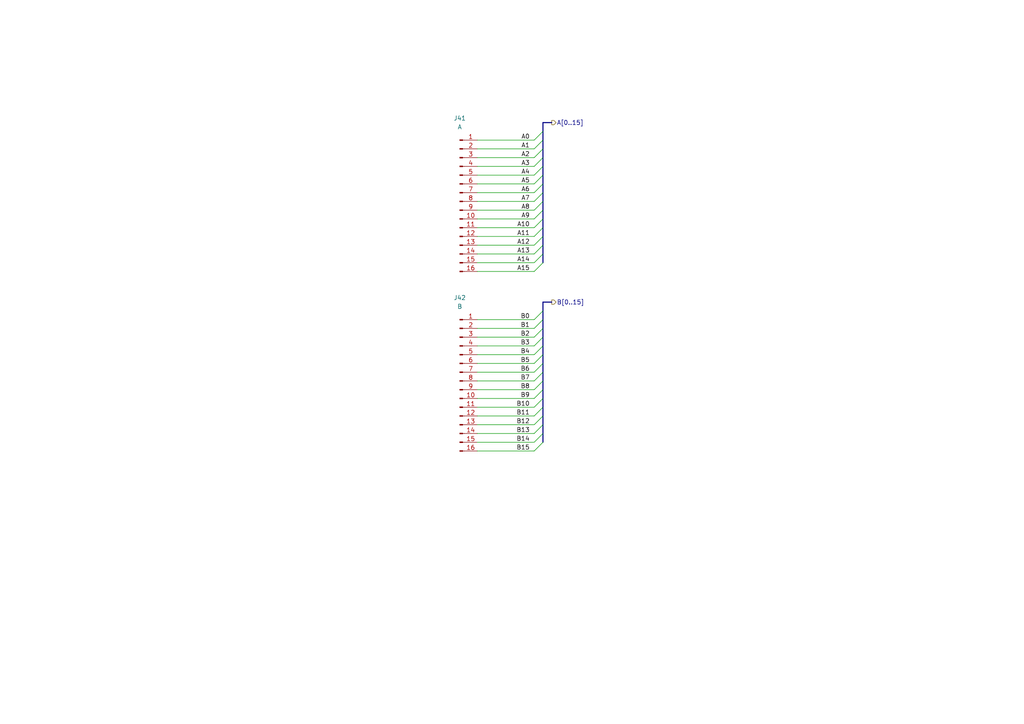
<source format=kicad_sch>
(kicad_sch (version 20250114) (generator "eeschema") (generator_version "9.0")
  (paper "A4")
  (title_block (date "2023-03-24") (rev "B"))
  (lib_symbols
    (symbol "Connector:Conn_01x16_Pin" (pin_names (offset 1.016) (hide yes))
      (property "Reference" "J" (at 0 20.32 0))
      (property "Value" "Conn_01x16_Pin" (at 0 -22.86 0))
      (symbol "Conn_01x16_Pin_1_1"
        (rectangle (start 0.8636 17.907) (end 0 17.653) (stroke (width 0.1524)) (fill (type outline)))
        (rectangle (start 0.8636 15.367) (end 0 15.113) (stroke (width 0.1524)) (fill (type outline)))
        (rectangle (start 0.8636 12.827) (end 0 12.573) (stroke (width 0.1524)) (fill (type outline)))
        (rectangle (start 0.8636 10.287) (end 0 10.033) (stroke (width 0.1524)) (fill (type outline)))
        (rectangle (start 0.8636 7.747) (end 0 7.493) (stroke (width 0.1524)) (fill (type outline)))
        (rectangle (start 0.8636 5.207) (end 0 4.953) (stroke (width 0.1524)) (fill (type outline)))
        (rectangle (start 0.8636 2.667) (end 0 2.413) (stroke (width 0.1524)) (fill (type outline)))
        (rectangle (start 0.8636 0.127) (end 0 -0.127) (stroke (width 0.1524)) (fill (type outline)))
        (rectangle (start 0.8636 -2.413) (end 0 -2.667) (stroke (width 0.1524)) (fill (type outline)))
        (rectangle (start 0.8636 -4.953) (end 0 -5.207) (stroke (width 0.1524)) (fill (type outline)))
        (rectangle (start 0.8636 -7.493) (end 0 -7.747) (stroke (width 0.1524)) (fill (type outline)))
        (rectangle (start 0.8636 -10.033) (end 0 -10.287) (stroke (width 0.1524)) (fill (type outline)))
        (rectangle (start 0.8636 -12.573) (end 0 -12.827) (stroke (width 0.1524)) (fill (type outline)))
        (rectangle (start 0.8636 -15.113) (end 0 -15.367) (stroke (width 0.1524)) (fill (type outline)))
        (rectangle (start 0.8636 -17.653) (end 0 -17.907) (stroke (width 0.1524)) (fill (type outline)))
        (rectangle (start 0.8636 -20.193) (end 0 -20.447) (stroke (width 0.1524)) (fill (type outline)))
        (polyline (pts (xy 1.27 17.78) (xy 0.8636 17.78)) (stroke (width 0.1524)))
        (polyline (pts (xy 1.27 15.24) (xy 0.8636 15.24)) (stroke (width 0.1524)))
        (polyline (pts (xy 1.27 12.7) (xy 0.8636 12.7)) (stroke (width 0.1524)))
        (polyline (pts (xy 1.27 10.16) (xy 0.8636 10.16)) (stroke (width 0.1524)))
        (polyline (pts (xy 1.27 7.62) (xy 0.8636 7.62)) (stroke (width 0.1524)))
        (polyline (pts (xy 1.27 5.08) (xy 0.8636 5.08)) (stroke (width 0.1524)))
        (polyline (pts (xy 1.27 2.54) (xy 0.8636 2.54)) (stroke (width 0.1524)))
        (polyline (pts (xy 1.27 0) (xy 0.8636 0)) (stroke (width 0.1524)))
        (polyline (pts (xy 1.27 -2.54) (xy 0.8636 -2.54)) (stroke (width 0.1524)))
        (polyline (pts (xy 1.27 -5.08) (xy 0.8636 -5.08)) (stroke (width 0.1524)))
        (polyline (pts (xy 1.27 -7.62) (xy 0.8636 -7.62)) (stroke (width 0.1524)))
        (polyline (pts (xy 1.27 -10.16) (xy 0.8636 -10.16)) (stroke (width 0.1524)))
        (polyline (pts (xy 1.27 -12.7) (xy 0.8636 -12.7)) (stroke (width 0.1524)))
        (polyline (pts (xy 1.27 -15.24) (xy 0.8636 -15.24)) (stroke (width 0.1524)))
        (polyline (pts (xy 1.27 -17.78) (xy 0.8636 -17.78)) (stroke (width 0.1524)))
        (polyline (pts (xy 1.27 -20.32) (xy 0.8636 -20.32)) (stroke (width 0.1524)))
        (pin passive line (at 5.08 17.78 180) (length 3.81) (name "Pin_1") (number "1"))
        (pin passive line (at 5.08 15.24 180) (length 3.81) (name "Pin_2") (number "2"))
        (pin passive line (at 5.08 12.7 180) (length 3.81) (name "Pin_3") (number "3"))
        (pin passive line (at 5.08 10.16 180) (length 3.81) (name "Pin_4") (number "4"))
        (pin passive line (at 5.08 7.62 180) (length 3.81) (name "Pin_5") (number "5"))
        (pin passive line (at 5.08 5.08 180) (length 3.81) (name "Pin_6") (number "6"))
        (pin passive line (at 5.08 2.54 180) (length 3.81) (name "Pin_7") (number "7"))
        (pin passive line (at 5.08 0 180) (length 3.81) (name "Pin_8") (number "8"))
        (pin passive line (at 5.08 -2.54 180) (length 3.81) (name "Pin_9") (number "9"))
        (pin passive line (at 5.08 -5.08 180) (length 3.81) (name "Pin_10") (number "10"))
        (pin passive line (at 5.08 -7.62 180) (length 3.81) (name "Pin_11") (number "11"))
        (pin passive line (at 5.08 -10.16 180) (length 3.81) (name "Pin_12") (number "12"))
        (pin passive line (at 5.08 -12.7 180) (length 3.81) (name "Pin_13") (number "13"))
        (pin passive line (at 5.08 -15.24 180) (length 3.81) (name "Pin_14") (number "14"))
        (pin passive line (at 5.08 -17.78 180) (length 3.81) (name "Pin_15") (number "15"))
        (pin passive line (at 5.08 -20.32 180) (length 3.81) (name "Pin_16") (number "16"))
      )
    )
  )
  (bus_entry (at 157.48 60.96) (size -2.54 2.54))
  (bus_entry (at 157.48 43.18) (size -2.54 2.54))
  (bus_entry (at 157.48 118.11) (size -2.54 2.54))
  (bus_entry (at 157.48 125.73) (size -2.54 2.54))
  (bus_entry (at 157.48 105.41) (size -2.54 2.54))
  (bus_entry (at 157.48 107.95) (size -2.54 2.54))
  (bus_entry (at 157.48 92.71) (size -2.54 2.54))
  (bus_entry (at 157.48 58.42) (size -2.54 2.54))
  (bus_entry (at 157.48 100.33) (size -2.54 2.54))
  (bus_entry (at 157.48 68.58) (size -2.54 2.54))
  (bus_entry (at 157.48 63.5) (size -2.54 2.54))
  (bus_entry (at 157.48 73.66) (size -2.54 2.54))
  (bus_entry (at 157.48 113.03) (size -2.54 2.54))
  (bus_entry (at 157.48 120.65) (size -2.54 2.54))
  (bus_entry (at 157.48 55.88) (size -2.54 2.54))
  (bus_entry (at 157.48 66.04) (size -2.54 2.54))
  (bus_entry (at 157.48 97.79) (size -2.54 2.54))
  (bus_entry (at 157.48 90.17) (size -2.54 2.54))
  (bus_entry (at 157.48 40.64) (size -2.54 2.54))
  (bus_entry (at 157.48 76.2) (size -2.54 2.54))
  (bus_entry (at 157.48 102.87) (size -2.54 2.54))
  (bus_entry (at 157.48 115.57) (size -2.54 2.54))
  (bus_entry (at 157.48 128.27) (size -2.54 2.54))
  (bus_entry (at 157.48 50.8) (size -2.54 2.54))
  (bus_entry (at 157.48 71.12) (size -2.54 2.54))
  (bus_entry (at 157.48 123.19) (size -2.54 2.54))
  (bus_entry (at 157.48 38.1) (size -2.54 2.54))
  (bus_entry (at 157.48 48.26) (size -2.54 2.54))
  (bus_entry (at 157.48 110.49) (size -2.54 2.54))
  (bus_entry (at 157.48 95.25) (size -2.54 2.54))
  (bus_entry (at 157.48 53.34) (size -2.54 2.54))
  (bus_entry (at 157.48 45.72) (size -2.54 2.54))
  (bus (pts (xy 157.48 87.63) (xy 157.48 90.17)))
  (bus (pts (xy 157.48 73.66) (xy 157.48 76.2)))
  (wire (pts (xy 154.94 58.42) (xy 138.43 58.42)))
  (wire (pts (xy 154.94 60.96) (xy 138.43 60.96)))
  (bus (pts (xy 157.48 35.56) (xy 157.48 38.1)))
  (bus (pts (xy 157.48 113.03) (xy 157.48 115.57)))
  (bus (pts (xy 157.48 71.12) (xy 157.48 73.66)))
  (bus (pts (xy 157.48 40.64) (xy 157.48 43.18)))
  (bus (pts (xy 157.48 68.58) (xy 157.48 71.12)))
  (bus (pts (xy 157.48 60.96) (xy 157.48 63.5)))
  (bus (pts (xy 157.48 100.33) (xy 157.48 102.87)))
  (wire (pts (xy 154.94 110.49) (xy 138.43 110.49)))
  (wire (pts (xy 154.94 100.33) (xy 138.43 100.33)))
  (wire (pts (xy 154.94 71.12) (xy 138.43 71.12)))
  (bus (pts (xy 157.48 55.88) (xy 157.48 58.42)))
  (bus (pts (xy 157.48 45.72) (xy 157.48 48.26)))
  (bus (pts (xy 160.02 87.63) (xy 157.48 87.63)))
  (wire (pts (xy 154.94 97.79) (xy 138.43 97.79)))
  (wire (pts (xy 154.94 118.11) (xy 138.43 118.11)))
  (wire (pts (xy 154.94 48.26) (xy 138.43 48.26)))
  (bus (pts (xy 157.48 50.8) (xy 157.48 53.34)))
  (bus (pts (xy 157.48 125.73) (xy 157.48 128.27)))
  (wire (pts (xy 154.94 78.74) (xy 138.43 78.74)))
  (bus (pts (xy 157.48 63.5) (xy 157.48 66.04)))
  (bus (pts (xy 157.48 95.25) (xy 157.48 97.79)))
  (wire (pts (xy 154.94 66.04) (xy 138.43 66.04)))
  (wire (pts (xy 154.94 128.27) (xy 138.43 128.27)))
  (bus (pts (xy 157.48 48.26) (xy 157.48 50.8)))
  (wire (pts (xy 154.94 92.71) (xy 138.43 92.71)))
  (bus (pts (xy 157.48 115.57) (xy 157.48 118.11)))
  (wire (pts (xy 154.94 63.5) (xy 138.43 63.5)))
  (bus (pts (xy 157.48 90.17) (xy 157.48 92.71)))
  (bus (pts (xy 157.48 38.1) (xy 157.48 40.64)))
  (bus (pts (xy 157.48 118.11) (xy 157.48 120.65)))
  (bus (pts (xy 157.48 58.42) (xy 157.48 60.96)))
  (bus (pts (xy 157.48 53.34) (xy 157.48 55.88)))
  (wire (pts (xy 154.94 76.2) (xy 138.43 76.2)))
  (bus (pts (xy 160.02 35.56) (xy 157.48 35.56)))
  (wire (pts (xy 154.94 68.58) (xy 138.43 68.58)))
  (bus (pts (xy 157.48 66.04) (xy 157.48 68.58)))
  (wire (pts (xy 154.94 53.34) (xy 138.43 53.34)))
  (wire (pts (xy 154.94 50.8) (xy 138.43 50.8)))
  (wire (pts (xy 154.94 107.95) (xy 138.43 107.95)))
  (bus (pts (xy 157.48 120.65) (xy 157.48 123.19)))
  (wire (pts (xy 154.94 45.72) (xy 138.43 45.72)))
  (bus (pts (xy 157.48 102.87) (xy 157.48 105.41)))
  (bus (pts (xy 157.48 105.41) (xy 157.48 107.95)))
  (wire (pts (xy 154.94 55.88) (xy 138.43 55.88)))
  (wire (pts (xy 154.94 115.57) (xy 138.43 115.57)))
  (wire (pts (xy 154.94 95.25) (xy 138.43 95.25)))
  (wire (pts (xy 154.94 40.64) (xy 138.43 40.64)))
  (bus (pts (xy 157.48 123.19) (xy 157.48 125.73)))
  (wire (pts (xy 154.94 102.87) (xy 138.43 102.87)))
  (wire (pts (xy 154.94 73.66) (xy 138.43 73.66)))
  (wire (pts (xy 154.94 105.41) (xy 138.43 105.41)))
  (wire (pts (xy 154.94 123.19) (xy 138.43 123.19)))
  (wire (pts (xy 154.94 43.18) (xy 138.43 43.18)))
  (bus (pts (xy 157.48 43.18) (xy 157.48 45.72)))
  (wire (pts (xy 154.94 113.03) (xy 138.43 113.03)))
  (bus (pts (xy 157.48 107.95) (xy 157.48 110.49)))
  (bus (pts (xy 157.48 110.49) (xy 157.48 113.03)))
  (wire (pts (xy 154.94 120.65) (xy 138.43 120.65)))
  (wire (pts (xy 154.94 130.81) (xy 138.43 130.81)))
  (wire (pts (xy 154.94 125.73) (xy 138.43 125.73)))
  (bus (pts (xy 157.48 92.71) (xy 157.48 95.25)))
  (bus (pts (xy 157.48 97.79) (xy 157.48 100.33)))
  (label "B11" (at 153.67 120.65 180))
  (label "B6" (at 153.67 107.95 180))
  (label "B5" (at 153.67 105.41 180))
  (label "A0" (at 153.67 40.64 180))
  (label "A2" (at 153.67 45.72 180))
  (label "A13" (at 153.67 73.66 180))
  (label "A15" (at 153.67 78.74 180))
  (label "A10" (at 153.67 66.04 180))
  (label "A11" (at 153.67 68.58 180))
  (label "A6" (at 153.67 55.88 180))
  (label "A8" (at 153.67 60.96 180))
  (label "B9" (at 153.67 115.57 180))
  (label "B12" (at 153.67 123.19 180))
  (label "B7" (at 153.67 110.49 180))
  (label "B4" (at 153.67 102.87 180))
  (label "A5" (at 153.67 53.34 180))
  (label "A4" (at 153.67 50.8 180))
  (label "B15" (at 153.67 130.81 180))
  (label "A12" (at 153.67 71.12 180))
  (label "A3" (at 153.67 48.26 180))
  (label "B10" (at 153.67 118.11 180))
  (label "A1" (at 153.67 43.18 180))
  (label "B3" (at 153.67 100.33 180))
  (label "B0" (at 153.67 92.71 180))
  (label "A14" (at 153.67 76.2 180))
  (label "B14" (at 153.67 128.27 180))
  (label "A9" (at 153.67 63.5 180))
  (label "A7" (at 153.67 58.42 180))
  (label "B13" (at 153.67 125.73 180))
  (label "B2" (at 153.67 97.79 180))
  (label "B8" (at 153.67 113.03 180))
  (label "B1" (at 153.67 95.25 180))
  (hierarchical_label "A[0..15]" (shape output) (at 160.02 35.56 0))
  (hierarchical_label "B[0..15]" (shape output) (at 160.02 87.63 0))
  (symbol (lib_id "Connector:Conn_01x16_Pin") (at 133.35 110.49 0) (unit 1)
    (property "Reference" "J42" (at 133.35 86.36 0))
    (property "Value" "B" (at 133.35 88.9 0))
    (property "Footprint" "Connector_PinHeader_2.54mm:PinHeader_1x16_P2.54mm_Vertical" (effects (hide yes)))
  )
  (symbol (lib_id "Connector:Conn_01x16_Pin") (at 133.35 58.42 0) (unit 1)
    (property "Reference" "J41" (at 133.35 34.29 0))
    (property "Value" "A" (at 133.35 36.83 0))
    (property "Footprint" "Connector_PinHeader_2.54mm:PinHeader_1x16_P2.54mm_Vertical" (effects (hide yes)))
  )
)
</source>
